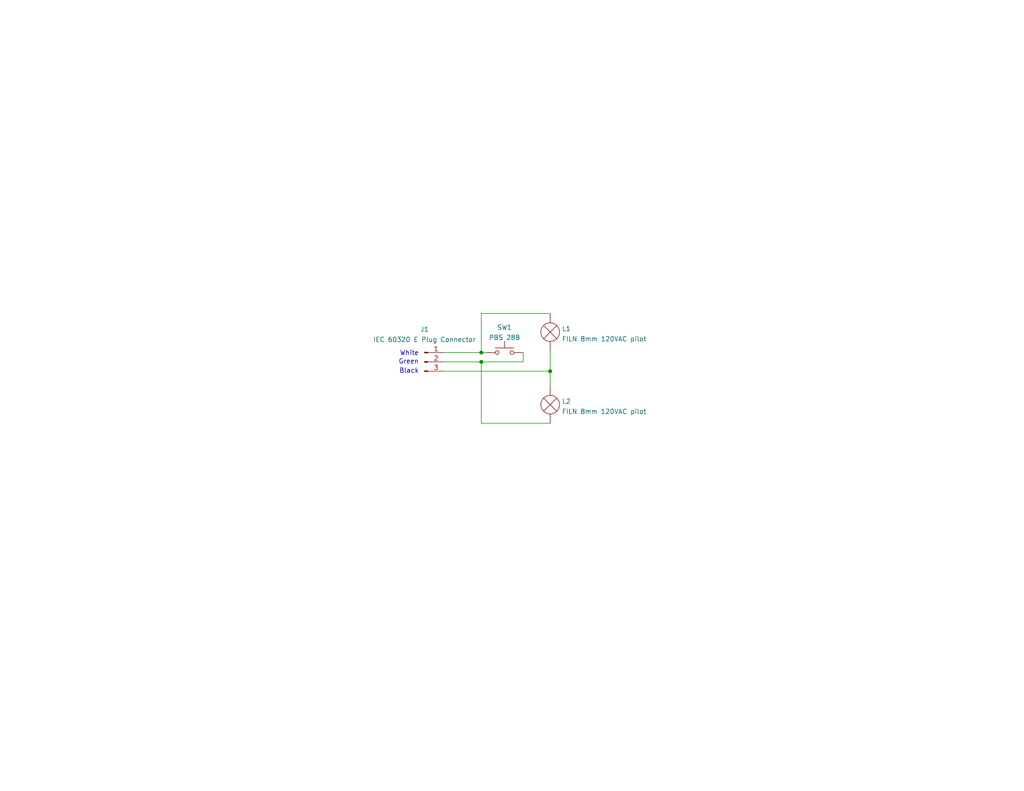
<source format=kicad_sch>
(kicad_sch (version 20211123) (generator eeschema)
  (paper "USLetter")
  (title_block (title "Fog Machine Tester") (company "Hayward Haunter"))
  (lib_symbols
    (symbol "Connector:Conn_01x03_Male" (pin_names (offset 1.016) hide)
      (property "Reference" "J" (at 0 5.08 0))
      (property "Value" "Conn_01x03_Male" (at 0 -5.08 0))
      (symbol "Conn_01x03_Male_1_1"
        (polyline (pts (xy 1.27 -2.54) (xy 0.8636 -2.54)) (stroke (width 0.1524)))
        (polyline (pts (xy 1.27 0) (xy 0.8636 0)) (stroke (width 0.1524)))
        (polyline (pts (xy 1.27 2.54) (xy 0.8636 2.54)) (stroke (width 0.1524)))
        (rectangle (start 0.8636 -2.413) (end 0 -2.667) (stroke (width 0.1524)) (fill (type outline)))
        (rectangle (start 0.8636 0.127) (end 0 -0.127) (stroke (width 0.1524)) (fill (type outline)))
        (rectangle (start 0.8636 2.667) (end 0 2.413) (stroke (width 0.1524)) (fill (type outline)))
        (pin passive line (at 5.08 2.54 180) (length 3.81) (name "Pin_1") (number "1"))
        (pin passive line (at 5.08 0 180) (length 3.81) (name "Pin_2") (number "2"))
        (pin passive line (at 5.08 -2.54 180) (length 3.81) (name "Pin_3") (number "3"))
      )
    )
    (symbol "Device:Lamp" (pin_numbers hide) (pin_names (offset 0.0254) hide)
      (property "Reference" "LA" (at 0.635 3.81 0))
      (property "Value" "Lamp" (at 0.635 -3.81 0))
      (symbol "Lamp_0_1"
        (polyline (pts (xy -1.778 1.778) (xy 1.778 -1.778)))
        (polyline (pts (xy 1.778 1.778) (xy -1.778 -1.778)))
        (circle (center 0 0) (radius 2.54))
      )
      (symbol "Lamp_1_1"
        (pin passive line (at 0 -5.08 90) (length 2.54) (name "-") (number "1"))
        (pin passive line (at 0 5.08 270) (length 2.54) (name "+") (number "2"))
      )
    )
    (symbol "Switch:SW_Push" (pin_numbers hide) (pin_names (offset 1.016) hide)
      (property "Reference" "SW" (at 1.27 2.54 0))
      (property "Value" "SW_Push" (at 0 -1.524 0))
      (symbol "SW_Push_0_1"
        (circle (center -2.032 0) (radius 0.508))
        (polyline (pts (xy 0 1.27) (xy 0 3.048)))
        (polyline (pts (xy 2.54 1.27) (xy -2.54 1.27)))
        (circle (center 2.032 0) (radius 0.508))
        (pin passive line (at -5.08 0 0) (length 2.54) (name "1") (number "1"))
        (pin passive line (at 5.08 0 180) (length 2.54) (name "2") (number "2"))
      )
    )
  )
  (junction (at 131.318 98.806))
  (junction (at 131.318 96.266))
  (junction (at 150.114 101.346))
  (wire (pts (xy 150.114 101.346) (xy 150.114 105.41)))
  (wire (pts (xy 142.748 96.266) (xy 142.748 98.806)))
  (wire (pts (xy 131.318 115.57) (xy 131.318 98.806)))
  (wire (pts (xy 150.114 115.57) (xy 131.318 115.57)))
  (wire (pts (xy 150.114 95.758) (xy 150.114 101.346)))
  (wire (pts (xy 120.904 98.806) (xy 131.318 98.806)))
  (wire (pts (xy 131.318 98.806) (xy 142.748 98.806)))
  (wire (pts (xy 131.318 96.266) (xy 131.318 85.598)))
  (wire (pts (xy 120.904 101.346) (xy 150.114 101.346)))
  (wire (pts (xy 131.318 96.266) (xy 132.588 96.266)))
  (wire (pts (xy 120.904 96.266) (xy 131.318 96.266)))
  (wire (pts (xy 131.318 85.598) (xy 150.114 85.598)))
  (text "Black" (at 114.3 102.108 180) (effects (font (size 1.27 1.27)) (justify right bottom)))
  (text "White" (at 114.3 97.282 180) (effects (font (size 1.27 1.27)) (justify right bottom)))
  (text "Green" (at 114.3 99.568 180) (effects (font (size 1.27 1.27)) (justify right bottom)))
  (symbol (lib_id "Device:Lamp") (at 150.114 90.678 0) (unit 1)
    (property "Reference" "L1" (at 153.289 89.7695 0) (effects (justify left)))
    (property "Value" "FILN 8mm 120VAC pilot" (at 153.289 92.5446 0) (effects (justify left)))
  )
  (symbol (lib_id "Connector:Conn_01x03_Male") (at 115.824 98.806 0) (unit 1)
    (property "Reference" "J1" (at 115.824 89.9349 0))
    (property "Value" "IEC 60320 E Plug Connector" (at 115.824 92.71 0))
  )
  (symbol (lib_id "Switch:SW_Push") (at 137.668 96.266 0) (unit 1)
    (property "Reference" "SW1" (at 137.668 89.3785 0))
    (property "Value" "PBS 28B" (at 137.668 92.1536 0))
  )
  (symbol (lib_id "Device:Lamp") (at 150.114 110.49 0) (unit 1)
    (property "Reference" "L2" (at 153.289 109.5815 0) (effects (justify left)))
    (property "Value" "FILN 8mm 120VAC pilot" (at 153.289 112.3566 0) (effects (justify left)))
  )
)
</source>
